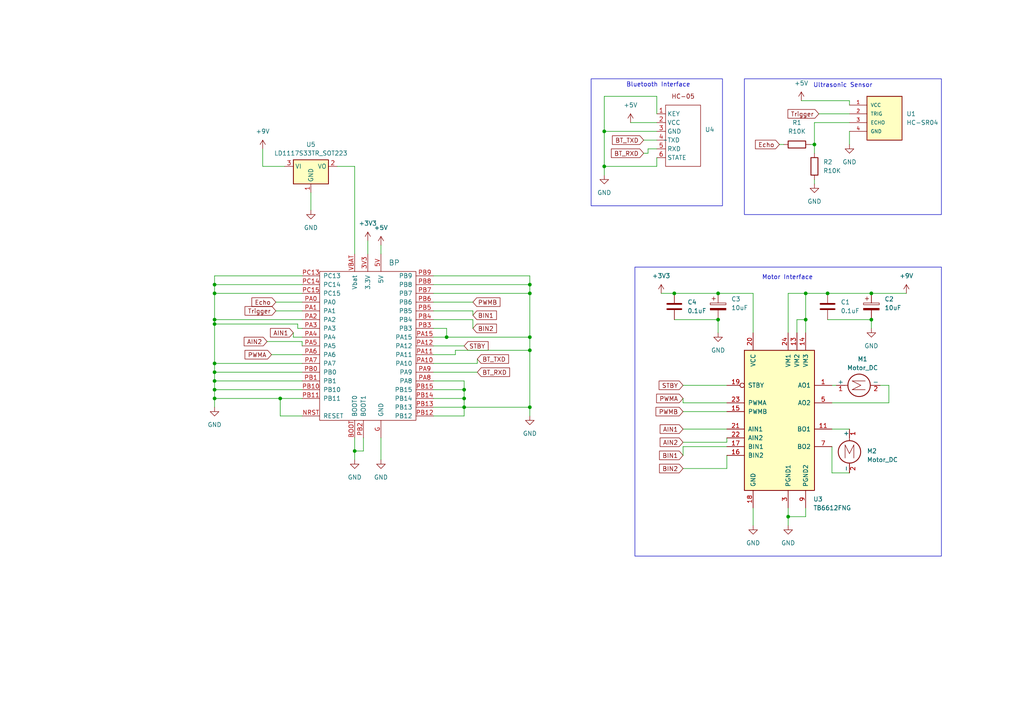
<source format=kicad_sch>
(kicad_sch (version 20230121) (generator eeschema)
  (paper "A4")
  (lib_symbols
    (symbol "Device:C" (pin_numbers hide) (pin_names (offset 0.254))
      (property "Reference" "C" (at 0.635 2.54 0))
      (property "Value" "C" (at 0.635 -2.54 0))
      (symbol "C_0_1"
        (polyline (pts (xy -2.032 -0.762) (xy 2.032 -0.762)) (stroke (width 0.508)))
        (polyline (pts (xy -2.032 0.762) (xy 2.032 0.762)) (stroke (width 0.508)))
      )
      (symbol "C_1_1"
        (pin passive line (at 0 3.81 270) (length 2.794) (name "~") (number "1"))
        (pin passive line (at 0 -3.81 90) (length 2.794) (name "~") (number "2"))
      )
    )
    (symbol "Device:C_Polarized" (pin_numbers hide) (pin_names (offset 0.254))
      (property "Reference" "C" (at 0.635 2.54 0))
      (property "Value" "C_Polarized" (at 0.635 -2.54 0))
      (symbol "C_Polarized_0_1"
        (rectangle (start -2.286 0.508) (end 2.286 1.016))
        (polyline (pts (xy -1.778 2.286) (xy -0.762 2.286)))
        (polyline (pts (xy -1.27 2.794) (xy -1.27 1.778)))
        (rectangle (start 2.286 -0.508) (end -2.286 -1.016) (fill (type outline)))
      )
      (symbol "C_Polarized_1_1"
        (pin passive line (at 0 3.81 270) (length 2.794) (name "~") (number "1"))
        (pin passive line (at 0 -3.81 90) (length 2.794) (name "~") (number "2"))
      )
    )
    (symbol "Device:R" (pin_numbers hide) (pin_names (offset 0))
      (property "Reference" "R" (at 2.032 0 90))
      (property "Value" "R" (at 0 0 90))
      (symbol "R_0_1"
        (rectangle (start -1.016 -2.54) (end 1.016 2.54) (stroke (width 0.254)))
      )
      (symbol "R_1_1"
        (pin passive line (at 0 3.81 270) (length 1.27) (name "~") (number "1"))
        (pin passive line (at 0 -3.81 90) (length 1.27) (name "~") (number "2"))
      )
    )
    (symbol "Driver_Motor:TB6612FNG" (pin_names (offset 1.016))
      (property "Reference" "U" (at 11.43 17.78 0))
      (property "Value" "TB6612FNG" (at 11.43 15.24 0))
      (symbol "TB6612FNG_0_1"
        (rectangle (start -10.16 20.32) (end 10.16 -20.32) (stroke (width 0.254)) (fill (type background)))
      )
      (symbol "TB6612FNG_1_1"
        (pin output line (at 15.24 10.16 180) (length 5.08) (name "AO1") (number "1"))
        (pin passive line (at 7.62 -25.4 90) (length 5.08) hide (name "PGND2") (number "10"))
        (pin output line (at 15.24 -2.54 180) (length 5.08) (name "BO1") (number "11"))
        (pin passive line (at 15.24 -2.54 180) (length 5.08) hide (name "BO1") (number "12"))
        (pin power_in line (at 5.08 25.4 270) (length 5.08) (name "VM2") (number "13"))
        (pin power_in line (at 7.62 25.4 270) (length 5.08) (name "VM3") (number "14"))
        (pin input line (at -15.24 2.54 0) (length 5.08) (name "PWMB") (number "15"))
        (pin input line (at -15.24 -10.16 0) (length 5.08) (name "BIN2") (number "16"))
        (pin input line (at -15.24 -7.62 0) (length 5.08) (name "BIN1") (number "17"))
        (pin power_in line (at -7.62 -25.4 90) (length 5.08) (name "GND") (number "18"))
        (pin input inverted (at -15.24 10.16 0) (length 5.08) (name "STBY") (number "19"))
        (pin passive line (at 15.24 10.16 180) (length 5.08) hide (name "AO1") (number "2"))
        (pin power_in line (at -7.62 25.4 270) (length 5.08) (name "VCC") (number "20"))
        (pin input line (at -15.24 -2.54 0) (length 5.08) (name "AIN1") (number "21"))
        (pin input line (at -15.24 -5.08 0) (length 5.08) (name "AIN2") (number "22"))
        (pin input line (at -15.24 5.08 0) (length 5.08) (name "PWMA") (number "23"))
        (pin power_in line (at 2.54 25.4 270) (length 5.08) (name "VM1") (number "24"))
        (pin power_in line (at 2.54 -25.4 90) (length 5.08) (name "PGND1") (number "3"))
        (pin passive line (at 2.54 -25.4 90) (length 5.08) hide (name "PGND1") (number "4"))
        (pin output line (at 15.24 5.08 180) (length 5.08) (name "AO2") (number "5"))
        (pin passive line (at 15.24 5.08 180) (length 5.08) hide (name "AO2") (number "6"))
        (pin output line (at 15.24 -7.62 180) (length 5.08) (name "BO2") (number "7"))
        (pin passive line (at 15.24 -7.62 180) (length 5.08) hide (name "BO2") (number "8"))
        (pin power_in line (at 7.62 -25.4 90) (length 5.08) (name "PGND2") (number "9"))
      )
    )
    (symbol "HC-05_Bluetooth_Module:HC-05"
      (property "Reference" "U" (at 0 -10.16 0))
      (symbol "HC-05_0_1"
        (rectangle (start -5.08 10.16) (end 5.08 -7.62))
      )
      (symbol "HC-05_1_1"
        (text "HC-05" (at 0 12.7 0) (effects (font (size 1.27 1.27))))
        (pin input line (at -7.62 7.62 0) (length 2.54) (name "KEY") (number "1"))
        (pin power_in line (at -7.62 5.08 0) (length 2.54) (name "VCC") (number "2"))
        (pin power_in line (at -7.62 2.54 0) (length 2.54) (name "GND") (number "3"))
        (pin input line (at -7.62 0 0) (length 2.54) (name "TXD") (number "4"))
        (pin input line (at -7.62 -2.54 0) (length 2.54) (name "RXD") (number "5"))
        (pin input line (at -7.62 -5.08 0) (length 2.54) (name "STATE") (number "6"))
      )
    )
    (symbol "HC-SR04:HC-SR04" (pin_names (offset 1.016))
      (property "Reference" "U" (at 0 5.0813 0))
      (property "Value" "HC-SR04" (at 0 -10.163 0))
      (symbol "HC-SR04_0_0"
        (rectangle (start 0 -7.62) (end 10.16 5.08) (stroke (width 0.254)) (fill (type background)))
        (pin power_in line (at -5.08 2.54 0) (length 5.08) (name "VCC") (number "1"))
        (pin bidirectional line (at -5.08 0 0) (length 5.08) (name "TRIG") (number "2"))
        (pin bidirectional line (at -5.08 -2.54 0) (length 5.08) (name "ECHO") (number "3"))
        (pin power_in line (at -5.08 -5.08 0) (length 5.08) (name "GND") (number "4"))
      )
    )
    (symbol "Motor:Motor_DC" (pin_names (offset 0))
      (property "Reference" "M" (at 2.54 2.54 0))
      (property "Value" "Motor_DC" (at 2.54 -5.08 0))
      (symbol "Motor_DC_0_0"
        (polyline (pts (xy -1.27 -3.302) (xy -1.27 0.508) (xy 0 -2.032) (xy 1.27 0.508) (xy 1.27 -3.302)))
      )
      (symbol "Motor_DC_0_1"
        (circle (center 0 -1.524) (radius 3.2512) (stroke (width 0.254)))
        (polyline (pts (xy 0 -7.62) (xy 0 -7.112)))
        (polyline (pts (xy 0 -4.7752) (xy 0 -5.1816)))
        (polyline (pts (xy 0 1.7272) (xy 0 2.0828)))
        (polyline (pts (xy 0 2.032) (xy 0 2.54)))
      )
      (symbol "Motor_DC_1_1"
        (pin passive line (at 0 5.08 270) (length 2.54) (name "+") (number "1"))
        (pin passive line (at 0 -7.62 90) (length 2.54) (name "-") (number "2"))
      )
    )
    (symbol "Regulator_Linear:LD1117S33TR_SOT223"
      (property "Reference" "U" (at -3.81 3.175 0))
      (property "Value" "LD1117S33TR_SOT223" (at 0 3.175 0))
      (symbol "LD1117S33TR_SOT223_0_1"
        (rectangle (start -5.08 -5.08) (end 5.08 1.905) (stroke (width 0.254)) (fill (type background)))
      )
      (symbol "LD1117S33TR_SOT223_1_1"
        (pin power_in line (at 0 -7.62 90) (length 2.54) (name "GND") (number "1"))
        (pin power_out line (at 7.62 0 180) (length 2.54) (name "VO") (number "2"))
        (pin power_in line (at -7.62 0 0) (length 2.54) (name "VI") (number "3"))
      )
    )
    (symbol "bp:BP" (pin_names (offset 1.016))
      (property "Reference" "U" (at -12.7 22.86 0))
      (property "Value" "BP" (at 7.62 -24.13 0))
      (symbol "BP_0_1"
        (rectangle (start -13.97 21.59) (end 13.97 -21.59))
      )
      (symbol "BP_1_1"
        (pin power_out line (at 0 26.67 270) (length 5.08) (name "3.3V") (number "3V3"))
        (pin power_out line (at 3.81 26.67 270) (length 5.08) (name "5V") (number "5V"))
        (pin input line (at -3.81 -26.67 90) (length 5.08) (name "BOOT0") (number "BOOT"))
        (pin power_out line (at 3.81 -26.67 90) (length 5.08) (name "GND") (number "G"))
        (pin input line (at -19.05 -20.32 0) (length 5.08) (name "RESET") (number "NRST"))
        (pin bidirectional line (at -19.05 12.7 0) (length 5.08) (name "PA0") (number "PA0"))
        (pin bidirectional line (at -19.05 10.16 0) (length 5.08) (name "PA1") (number "PA1"))
        (pin bidirectional line (at 19.05 -5.08 180) (length 5.08) (name "PA10") (number "PA10"))
        (pin bidirectional line (at 19.05 -2.54 180) (length 5.08) (name "PA11") (number "PA11"))
        (pin bidirectional line (at 19.05 0 180) (length 5.08) (name "PA12") (number "PA12"))
        (pin bidirectional line (at 19.05 2.54 180) (length 5.08) (name "PA15") (number "PA15"))
        (pin bidirectional line (at -19.05 7.62 0) (length 5.08) (name "PA2") (number "PA2"))
        (pin bidirectional line (at -19.05 5.08 0) (length 5.08) (name "PA3") (number "PA3"))
        (pin bidirectional line (at -19.05 2.54 0) (length 5.08) (name "PA4") (number "PA4"))
        (pin bidirectional line (at -19.05 0 0) (length 5.08) (name "PA5") (number "PA5"))
        (pin bidirectional line (at -19.05 -2.54 0) (length 5.08) (name "PA6") (number "PA6"))
        (pin bidirectional line (at -19.05 -5.08 0) (length 5.08) (name "PA7") (number "PA7"))
        (pin bidirectional line (at 19.05 -10.16 180) (length 5.08) (name "PA8") (number "PA8"))
        (pin bidirectional line (at 19.05 -7.62 180) (length 5.08) (name "PA9") (number "PA9"))
        (pin bidirectional line (at -19.05 -7.62 0) (length 5.08) (name "PB0") (number "PB0"))
        (pin bidirectional line (at -19.05 -10.16 0) (length 5.08) (name "PB1") (number "PB1"))
        (pin bidirectional line (at -19.05 -12.7 0) (length 5.08) (name "PB10") (number "PB10"))
        (pin bidirectional line (at -19.05 -15.24 0) (length 5.08) (name "PB11") (number "PB11"))
        (pin bidirectional line (at 19.05 -20.32 180) (length 5.08) (name "PB12") (number "PB12"))
        (pin bidirectional line (at 19.05 -17.78 180) (length 5.08) (name "PB13") (number "PB13"))
        (pin bidirectional line (at 19.05 -15.24 180) (length 5.08) (name "PB14") (number "PB14"))
        (pin bidirectional line (at 19.05 -12.7 180) (length 5.08) (name "PB15") (number "PB15"))
        (pin input line (at -1.27 -26.67 90) (length 5.08) (name "BOOT1") (number "PB2"))
        (pin bidirectional line (at 19.05 5.08 180) (length 5.08) (name "PB3") (number "PB3"))
        (pin bidirectional line (at 19.05 7.62 180) (length 5.08) (name "PB4") (number "PB4"))
        (pin bidirectional line (at 19.05 10.16 180) (length 5.08) (name "PB5") (number "PB5"))
        (pin bidirectional line (at 19.05 12.7 180) (length 5.08) (name "PB6") (number "PB6"))
        (pin bidirectional line (at 19.05 15.24 180) (length 5.08) (name "PB7") (number "PB7"))
        (pin bidirectional line (at 19.05 17.78 180) (length 5.08) (name "PB8") (number "PB8"))
        (pin bidirectional line (at 19.05 20.32 180) (length 5.08) (name "PB9") (number "PB9"))
        (pin bidirectional line (at -19.05 20.32 0) (length 5.08) (name "PC13") (number "PC13"))
        (pin bidirectional line (at -19.05 17.78 0) (length 5.08) (name "PC14") (number "PC14"))
        (pin bidirectional line (at -19.05 15.24 0) (length 5.08) (name "PC15") (number "PC15"))
        (pin power_in line (at -3.81 26.67 270) (length 5.08) (name "Vbat") (number "VBAT"))
      )
    )
    (symbol "power:+3V3" (power) (pin_names (offset 0))
      (property "Value" "+3V3" (at 0 3.556 0))
      (symbol "+3V3_0_1"
        (polyline (pts (xy -0.762 1.27) (xy 0 2.54)))
        (polyline (pts (xy 0 0) (xy 0 2.54)))
        (polyline (pts (xy 0 2.54) (xy 0.762 1.27)))
      )
      (symbol "+3V3_1_1"
        (pin power_in line (at 0 0 90) (length 0) hide (name "+3V3") (number "1"))
      )
    )
    (symbol "power:+5V" (power) (pin_names (offset 0))
      (property "Value" "+5V" (at 0 3.556 0))
      (symbol "+5V_0_1"
        (polyline (pts (xy -0.762 1.27) (xy 0 2.54)))
        (polyline (pts (xy 0 0) (xy 0 2.54)))
        (polyline (pts (xy 0 2.54) (xy 0.762 1.27)))
      )
      (symbol "+5V_1_1"
        (pin power_in line (at 0 0 90) (length 0) hide (name "+5V") (number "1"))
      )
    )
    (symbol "power:+9V" (power) (pin_names (offset 0))
      (property "Value" "+9V" (at 0 3.556 0))
      (symbol "+9V_0_1"
        (polyline (pts (xy -0.762 1.27) (xy 0 2.54)))
        (polyline (pts (xy 0 0) (xy 0 2.54)))
        (polyline (pts (xy 0 2.54) (xy 0.762 1.27)))
      )
      (symbol "+9V_1_1"
        (pin power_in line (at 0 0 90) (length 0) hide (name "+9V") (number "1"))
      )
    )
    (symbol "power:GND" (power) (pin_names (offset 0))
      (property "Value" "GND" (at 0 -3.81 0))
      (symbol "GND_0_1"
        (polyline (pts (xy 0 0) (xy 0 -1.27) (xy 1.27 -1.27) (xy 0 -2.54) (xy -1.27 -1.27) (xy 0 -1.27)))
      )
      (symbol "GND_1_1"
        (pin power_in line (at 0 0 270) (length 0) hide (name "GND") (number "1"))
      )
    )
  )
  (junction (at 233.68 92.71))
  (junction (at 233.68 85.09))
  (junction (at 175.26 48.26))
  (junction (at 62.23 85.09))
  (junction (at 62.23 92.71))
  (junction (at 62.23 93.98))
  (junction (at 62.23 82.55))
  (junction (at 102.87 130.81))
  (junction (at 134.62 113.03))
  (junction (at 252.73 85.09))
  (junction (at 240.03 85.09))
  (junction (at 62.23 110.49))
  (junction (at 208.28 85.09))
  (junction (at 62.23 105.41))
  (junction (at 62.23 107.95))
  (junction (at 62.23 115.57))
  (junction (at 208.28 92.71))
  (junction (at 153.67 82.55))
  (junction (at 153.67 118.11))
  (junction (at 153.67 101.6))
  (junction (at 81.28 115.57))
  (junction (at 252.73 92.71))
  (junction (at 153.67 97.79))
  (junction (at 134.62 118.11))
  (junction (at 236.22 41.91))
  (junction (at 153.67 85.09))
  (junction (at 175.26 38.1))
  (junction (at 62.23 113.03))
  (junction (at 134.62 115.57))
  (junction (at 195.58 85.09))
  (junction (at 228.6 149.86))
  (junction (at 129.54 97.79))
  (wire (pts (xy 175.26 27.94) (xy 175.26 38.1)))
  (wire (pts (xy 125.73 118.11) (xy 134.62 118.11)))
  (wire (pts (xy 210.82 135.89) (xy 210.82 132.08)))
  (wire (pts (xy 87.63 97.79) (xy 85.09 97.79)))
  (wire (pts (xy 62.23 93.98) (xy 62.23 92.71)))
  (wire (pts (xy 198.12 119.38) (xy 210.82 119.38)))
  (wire (pts (xy 210.82 128.27) (xy 210.82 127)))
  (wire (pts (xy 232.41 29.21) (xy 246.38 29.21)))
  (wire (pts (xy 182.88 35.56) (xy 190.5 35.56)))
  (wire (pts (xy 87.63 115.57) (xy 81.28 115.57)))
  (wire (pts (xy 125.73 113.03) (xy 134.62 113.03)))
  (wire (pts (xy 106.68 69.85) (xy 106.68 73.66)))
  (wire (pts (xy 236.22 35.56) (xy 246.38 35.56)))
  (wire (pts (xy 241.3 137.16) (xy 246.38 137.16)))
  (wire (pts (xy 110.49 127) (xy 110.49 133.35)))
  (wire (pts (xy 125.73 105.41) (xy 138.43 105.41)))
  (wire (pts (xy 62.23 85.09) (xy 87.63 85.09)))
  (wire (pts (xy 78.74 102.87) (xy 87.63 102.87)))
  (wire (pts (xy 198.12 132.08) (xy 198.12 129.54)))
  (wire (pts (xy 195.58 92.71) (xy 208.28 92.71)))
  (wire (pts (xy 134.62 115.57) (xy 134.62 118.11)))
  (wire (pts (xy 62.23 115.57) (xy 62.23 118.11)))
  (wire (pts (xy 85.09 97.79) (xy 85.09 96.52)))
  (wire (pts (xy 105.41 130.81) (xy 102.87 130.81)))
  (wire (pts (xy 62.23 110.49) (xy 62.23 107.95)))
  (wire (pts (xy 198.12 135.89) (xy 210.82 135.89)))
  (wire (pts (xy 80.01 87.63) (xy 87.63 87.63)))
  (wire (pts (xy 241.3 129.54) (xy 241.3 137.16)))
  (wire (pts (xy 153.67 97.79) (xy 153.67 85.09)))
  (wire (pts (xy 132.08 102.87) (xy 132.08 101.6)))
  (wire (pts (xy 132.08 101.6) (xy 153.67 101.6)))
  (wire (pts (xy 233.68 147.32) (xy 233.68 149.86)))
  (wire (pts (xy 198.12 111.76) (xy 210.82 111.76)))
  (wire (pts (xy 226.06 41.91) (xy 227.33 41.91)))
  (wire (pts (xy 233.68 149.86) (xy 228.6 149.86)))
  (wire (pts (xy 195.58 85.09) (xy 208.28 85.09)))
  (wire (pts (xy 191.77 85.09) (xy 195.58 85.09)))
  (wire (pts (xy 87.63 99.06) (xy 87.63 100.33)))
  (wire (pts (xy 134.62 118.11) (xy 134.62 120.65)))
  (wire (pts (xy 62.23 110.49) (xy 87.63 110.49)))
  (wire (pts (xy 218.44 96.52) (xy 218.44 85.09)))
  (wire (pts (xy 125.73 95.25) (xy 129.54 95.25)))
  (wire (pts (xy 62.23 80.01) (xy 62.23 82.55)))
  (wire (pts (xy 90.17 55.88) (xy 90.17 60.96)))
  (wire (pts (xy 134.62 118.11) (xy 153.67 118.11)))
  (wire (pts (xy 77.47 99.06) (xy 87.63 99.06)))
  (wire (pts (xy 87.63 80.01) (xy 62.23 80.01)))
  (wire (pts (xy 125.73 115.57) (xy 134.62 115.57)))
  (wire (pts (xy 241.3 111.76) (xy 242.57 111.76)))
  (wire (pts (xy 102.87 130.81) (xy 102.87 133.35)))
  (wire (pts (xy 137.16 90.17) (xy 125.73 90.17)))
  (wire (pts (xy 240.03 85.09) (xy 252.73 85.09)))
  (wire (pts (xy 125.73 110.49) (xy 134.62 110.49)))
  (wire (pts (xy 87.63 120.65) (xy 81.28 120.65)))
  (wire (pts (xy 125.73 120.65) (xy 134.62 120.65)))
  (wire (pts (xy 134.62 113.03) (xy 134.62 115.57)))
  (wire (pts (xy 137.16 95.25) (xy 137.16 92.71)))
  (wire (pts (xy 241.3 116.84) (xy 257.81 116.84)))
  (wire (pts (xy 228.6 149.86) (xy 228.6 152.4)))
  (wire (pts (xy 190.5 38.1) (xy 175.26 38.1)))
  (wire (pts (xy 76.2 48.26) (xy 82.55 48.26)))
  (wire (pts (xy 125.73 80.01) (xy 153.67 80.01)))
  (wire (pts (xy 62.23 92.71) (xy 62.23 85.09)))
  (wire (pts (xy 233.68 92.71) (xy 233.68 96.52)))
  (wire (pts (xy 137.16 91.44) (xy 137.16 90.17)))
  (wire (pts (xy 62.23 93.98) (xy 86.36 93.98)))
  (wire (pts (xy 87.63 95.25) (xy 86.36 95.25)))
  (wire (pts (xy 198.12 124.46) (xy 210.82 124.46)))
  (wire (pts (xy 86.36 95.25) (xy 86.36 93.98)))
  (wire (pts (xy 153.67 118.11) (xy 153.67 101.6)))
  (wire (pts (xy 102.87 127) (xy 102.87 130.81)))
  (wire (pts (xy 102.87 48.26) (xy 102.87 73.66)))
  (wire (pts (xy 231.14 96.52) (xy 231.14 92.71)))
  (wire (pts (xy 62.23 113.03) (xy 62.23 110.49)))
  (wire (pts (xy 125.73 87.63) (xy 137.16 87.63)))
  (wire (pts (xy 236.22 41.91) (xy 236.22 44.45)))
  (wire (pts (xy 175.26 48.26) (xy 190.5 48.26)))
  (wire (pts (xy 62.23 105.41) (xy 87.63 105.41)))
  (wire (pts (xy 125.73 100.33) (xy 134.62 100.33)))
  (wire (pts (xy 153.67 120.65) (xy 153.67 118.11)))
  (wire (pts (xy 218.44 85.09) (xy 208.28 85.09)))
  (wire (pts (xy 198.12 116.84) (xy 210.82 116.84)))
  (wire (pts (xy 228.6 147.32) (xy 228.6 149.86)))
  (wire (pts (xy 125.73 102.87) (xy 132.08 102.87)))
  (wire (pts (xy 80.01 90.17) (xy 87.63 90.17)))
  (wire (pts (xy 175.26 48.26) (xy 175.26 50.8)))
  (wire (pts (xy 81.28 120.65) (xy 81.28 115.57)))
  (wire (pts (xy 81.28 115.57) (xy 62.23 115.57)))
  (wire (pts (xy 233.68 85.09) (xy 228.6 85.09)))
  (wire (pts (xy 105.41 127) (xy 105.41 130.81)))
  (wire (pts (xy 76.2 43.18) (xy 76.2 48.26)))
  (wire (pts (xy 129.54 97.79) (xy 153.67 97.79)))
  (wire (pts (xy 233.68 85.09) (xy 233.68 92.71)))
  (wire (pts (xy 252.73 85.09) (xy 262.89 85.09)))
  (wire (pts (xy 125.73 85.09) (xy 153.67 85.09)))
  (wire (pts (xy 240.03 92.71) (xy 252.73 92.71)))
  (wire (pts (xy 257.81 111.76) (xy 255.27 111.76)))
  (wire (pts (xy 190.5 27.94) (xy 190.5 33.02)))
  (wire (pts (xy 228.6 85.09) (xy 228.6 96.52)))
  (wire (pts (xy 62.23 105.41) (xy 62.23 93.98)))
  (wire (pts (xy 62.23 113.03) (xy 62.23 115.57)))
  (wire (pts (xy 246.38 29.21) (xy 246.38 30.48)))
  (wire (pts (xy 237.49 33.02) (xy 246.38 33.02)))
  (wire (pts (xy 62.23 113.03) (xy 87.63 113.03)))
  (wire (pts (xy 241.3 124.46) (xy 246.38 124.46)))
  (wire (pts (xy 187.96 44.45) (xy 187.96 43.18)))
  (wire (pts (xy 198.12 129.54) (xy 210.82 129.54)))
  (wire (pts (xy 187.96 43.18) (xy 190.5 43.18)))
  (wire (pts (xy 129.54 97.79) (xy 125.73 97.79)))
  (wire (pts (xy 190.5 27.94) (xy 175.26 27.94)))
  (wire (pts (xy 236.22 52.07) (xy 236.22 53.34)))
  (wire (pts (xy 97.79 48.26) (xy 102.87 48.26)))
  (wire (pts (xy 62.23 82.55) (xy 87.63 82.55)))
  (wire (pts (xy 218.44 147.32) (xy 218.44 152.4)))
  (wire (pts (xy 208.28 92.71) (xy 208.28 96.52)))
  (wire (pts (xy 246.38 38.1) (xy 246.38 41.91)))
  (wire (pts (xy 236.22 41.91) (xy 236.22 35.56)))
  (wire (pts (xy 129.54 95.25) (xy 129.54 97.79)))
  (wire (pts (xy 186.69 40.64) (xy 190.5 40.64)))
  (wire (pts (xy 198.12 128.27) (xy 210.82 128.27)))
  (wire (pts (xy 137.16 92.71) (xy 125.73 92.71)))
  (wire (pts (xy 252.73 92.71) (xy 252.73 95.25)))
  (wire (pts (xy 257.81 111.76) (xy 257.81 116.84)))
  (wire (pts (xy 198.12 115.57) (xy 198.12 116.84)))
  (wire (pts (xy 62.23 82.55) (xy 62.23 85.09)))
  (wire (pts (xy 186.69 44.45) (xy 187.96 44.45)))
  (wire (pts (xy 138.43 105.41) (xy 138.43 104.14)))
  (wire (pts (xy 134.62 110.49) (xy 134.62 113.03)))
  (wire (pts (xy 153.67 101.6) (xy 153.67 97.79)))
  (wire (pts (xy 190.5 48.26) (xy 190.5 45.72)))
  (wire (pts (xy 125.73 107.95) (xy 138.43 107.95)))
  (wire (pts (xy 231.14 92.71) (xy 233.68 92.71)))
  (wire (pts (xy 153.67 80.01) (xy 153.67 82.55)))
  (wire (pts (xy 153.67 82.55) (xy 153.67 85.09)))
  (wire (pts (xy 240.03 85.09) (xy 233.68 85.09)))
  (wire (pts (xy 62.23 92.71) (xy 87.63 92.71)))
  (wire (pts (xy 62.23 107.95) (xy 62.23 105.41)))
  (wire (pts (xy 62.23 107.95) (xy 87.63 107.95)))
  (wire (pts (xy 175.26 38.1) (xy 175.26 48.26)))
  (wire (pts (xy 125.73 82.55) (xy 153.67 82.55)))
  (wire (pts (xy 234.95 41.91) (xy 236.22 41.91)))
  (wire (pts (xy 110.49 71.12) (xy 110.49 73.66)))
  (rectangle (start 184.15 77.47) (end 273.05 161.29))
  (rectangle (start 171.45 22.86) (end 209.55 59.69))
  (text_box "Ultrasonic Sensor" (at 215.9 22.86 0) (size 57.15 39.37) (effects (font (size 1.27 1.27)) (justify top)))
  (text "Motor Interface" (at 220.98 81.28 0) (effects (font (size 1.27 1.27)) (justify left bottom)))
  (text "Bluetooth Interface" (at 181.61 25.4 0) (effects (font (size 1.27 1.27)) (justify left bottom)))
  (global_label "AIN1" (shape input) (at 85.09 96.52 180) (property "Intersheetrefs" "${INTERSHEET_REFS}" (effects hide)))
  (global_label "PWMA" (shape input) (at 198.12 115.57 180) (property "Intersheetrefs" "${INTERSHEET_REFS}" (effects hide)))
  (global_label "PWMB" (shape input) (at 137.16 87.63 0) (property "Intersheetrefs" "${INTERSHEET_REFS}" (effects hide)))
  (global_label "BT_TXD" (shape input) (at 138.43 104.14 0) (property "Intersheetrefs" "${INTERSHEET_REFS}" (effects hide)))
  (global_label "BIN2" (shape input) (at 198.12 135.89 180) (property "Intersheetrefs" "${INTERSHEET_REFS}" (effects hide)))
  (global_label "BIN1" (shape input) (at 198.12 132.08 180) (property "Intersheetrefs" "${INTERSHEET_REFS}" (effects hide)))
  (global_label "STBY" (shape input) (at 198.12 111.76 180) (property "Intersheetrefs" "${INTERSHEET_REFS}" (effects hide)))
  (global_label "BIN2" (shape input) (at 137.16 95.25 0) (property "Intersheetrefs" "${INTERSHEET_REFS}" (effects hide)))
  (global_label "BT_RXD" (shape input) (at 138.43 107.95 0) (property "Intersheetrefs" "${INTERSHEET_REFS}" (effects hide)))
  (global_label "AIN2" (shape input) (at 198.12 128.27 180) (property "Intersheetrefs" "${INTERSHEET_REFS}" (effects hide)))
  (global_label "STBY" (shape input) (at 134.62 100.33 0) (property "Intersheetrefs" "${INTERSHEET_REFS}" (effects hide)))
  (global_label "AIN1" (shape input) (at 198.12 124.46 180) (property "Intersheetrefs" "${INTERSHEET_REFS}" (effects hide)))
  (global_label "Echo" (shape input) (at 80.01 87.63 180) (property "Intersheetrefs" "${INTERSHEET_REFS}" (effects hide)))
  (global_label "PWMA" (shape input) (at 78.74 102.87 180) (property "Intersheetrefs" "${INTERSHEET_REFS}" (effects hide)))
  (global_label "Echo" (shape input) (at 226.06 41.91 180) (property "Intersheetrefs" "${INTERSHEET_REFS}" (effects hide)))
  (global_label "BT_RXD" (shape input) (at 186.69 44.45 180) (property "Intersheetrefs" "${INTERSHEET_REFS}" (effects hide)))
  (global_label "BT_TXD" (shape input) (at 186.69 40.64 180) (property "Intersheetrefs" "${INTERSHEET_REFS}" (effects hide)))
  (global_label "Trigger" (shape input) (at 237.49 33.02 180) (property "Intersheetrefs" "${INTERSHEET_REFS}" (effects hide)))
  (global_label "Trigger" (shape input) (at 80.01 90.17 180) (property "Intersheetrefs" "${INTERSHEET_REFS}" (effects hide)))
  (global_label "PWMB" (shape input) (at 198.12 119.38 180) (property "Intersheetrefs" "${INTERSHEET_REFS}" (effects hide)))
  (global_label "BIN1" (shape input) (at 137.16 91.44 0) (property "Intersheetrefs" "${INTERSHEET_REFS}" (effects hide)))
  (global_label "AIN2" (shape input) (at 77.47 99.06 180) (property "Intersheetrefs" "${INTERSHEET_REFS}" (effects hide)))
  (symbol (lib_id "HC-05_Bluetooth_Module:HC-05") (at 198.12 40.64 0) (unit 1)
    (property "Reference" "U4" (at 204.47 37.5892 0) (effects (justify left)))
    (property "Value" "~" (at 193.04 40.64 0))
    (property "Footprint" "RF:HC-05_Bluetooth_Custom" (effects hide))
  )
  (symbol (lib_id "power:GND") (at 228.6 152.4 0) (unit 1)
    (property "Reference" "#PWR06" (effects hide))
    (property "Value" "GND" (at 228.6 157.48 0))
  )
  (symbol (lib_id "power:GND") (at 90.17 60.96 0) (unit 1)
    (property "Reference" "#PWR08" (effects hide))
    (property "Value" "GND" (at 90.17 66.04 0))
  )
  (symbol (lib_id "power:GND") (at 102.87 133.35 0) (unit 1)
    (property "Reference" "#PWR018" (effects hide))
    (property "Value" "GND" (at 102.87 138.43 0))
  )
  (symbol (lib_id "Driver_Motor:TB6612FNG") (at 226.06 121.92 0) (unit 1)
    (property "Reference" "U3" (at 235.8741 144.78 0) (effects (justify left)))
    (property "Value" "TB6612FNG" (at 235.8741 147.32 0) (effects (justify left)))
    (property "Footprint" "Package_SO:SSOP-24_5.3x8.2mm_P0.65mm" (effects hide))
    (property "Datasheet" "https://toshiba.semicon-storage.com/us/product/linear/motordriver/detail.TB6612FNG.html" (effects hide))
  )
  (symbol (lib_id "bp:BP") (at 106.68 100.33 0) (unit 1)
    (property "Reference" "U2" (effects hide))
    (property "Value" "BP" (at 112.6841 76.2 0) (effects (font (size 1.524 1.524)) (justify left)))
    (property "Footprint" "Module:blue_pill" (effects hide))
    (property "Datasheet" "https://www.electronicshub.org/getting-started-with-stm32f103c8t6-blue-pill/" (effects hide))
  )
  (symbol (lib_id "Motor:Motor_DC") (at 246.38 129.54 0) (unit 1)
    (property "Reference" "M2" (at 251.46 130.81 0) (effects (justify left)))
    (property "Value" "Motor_DC" (at 251.46 133.35 0) (effects (justify left)))
    (property "Footprint" "Connector_PinSocket_1.00mm:PinSocket_1x02_P1.00mm_Vertical" (effects hide))
  )
  (symbol (lib_id "power:GND") (at 153.67 120.65 0) (unit 1)
    (property "Reference" "#PWR021" (effects hide))
    (property "Value" "GND" (at 153.67 125.73 0))
  )
  (symbol (lib_id "power:GND") (at 208.28 96.52 0) (unit 1)
    (property "Reference" "#PWR04" (effects hide))
    (property "Value" "GND" (at 208.28 101.6 0))
  )
  (symbol (lib_id "power:+5V") (at 182.88 35.56 0) (unit 1)
    (property "Reference" "#PWR013" (effects hide))
    (property "Value" "+5V" (at 182.88 30.48 0))
  )
  (symbol (lib_id "power:GND") (at 218.44 152.4 0) (unit 1)
    (property "Reference" "#PWR05" (effects hide))
    (property "Value" "GND" (at 218.44 157.48 0))
  )
  (symbol (lib_id "power:+3V3") (at 106.68 69.85 0) (unit 1)
    (property "Reference" "#PWR014" (effects hide))
    (property "Value" "+3V3" (at 106.68 64.77 0))
  )
  (symbol (lib_id "power:GND") (at 236.22 53.34 0) (unit 1)
    (property "Reference" "#PWR02" (effects hide))
    (property "Value" "GND" (at 236.22 58.42 0))
  )
  (symbol (lib_id "Device:C_Polarized") (at 208.28 88.9 0) (unit 1)
    (property "Reference" "C3" (at 212.09 86.741 0) (effects (justify left)))
    (property "Value" "10uF" (at 212.09 89.281 0) (effects (justify left)))
    (property "Footprint" "Capacitor_THT:C_Radial_D5.0mm_H11.0mm_P2.00mm" (effects hide))
  )
  (symbol (lib_id "power:+3V3") (at 191.77 85.09 0) (unit 1)
    (property "Reference" "#PWR015" (effects hide))
    (property "Value" "+3V3" (at 191.77 80.01 0))
  )
  (symbol (lib_id "power:GND") (at 110.49 133.35 0) (unit 1)
    (property "Reference" "#PWR016" (effects hide))
    (property "Value" "GND" (at 110.49 138.43 0))
  )
  (symbol (lib_id "Device:C") (at 195.58 88.9 0) (unit 1)
    (property "Reference" "C4" (at 199.39 87.63 0) (effects (justify left)))
    (property "Value" "0.1uF" (at 199.39 90.17 0) (effects (justify left)))
    (property "Footprint" "Capacitor_THT:C_Disc_D3.8mm_W2.6mm_P2.50mm" (effects hide))
  )
  (symbol (lib_id "power:GND") (at 252.73 95.25 0) (unit 1)
    (property "Reference" "#PWR03" (effects hide))
    (property "Value" "GND" (at 252.73 100.33 0))
  )
  (symbol (lib_id "Device:C") (at 240.03 88.9 0) (unit 1)
    (property "Reference" "C1" (at 243.84 87.63 0) (effects (justify left)))
    (property "Value" "0.1uF" (at 243.84 90.17 0) (effects (justify left)))
    (property "Footprint" "Capacitor_THT:C_Disc_D3.8mm_W2.6mm_P2.50mm" (effects hide))
  )
  (symbol (lib_id "Device:C_Polarized") (at 252.73 88.9 0) (unit 1)
    (property "Reference" "C2" (at 256.54 86.741 0) (effects (justify left)))
    (property "Value" "10uF" (at 256.54 89.281 0) (effects (justify left)))
    (property "Footprint" "Capacitor_THT:C_Radial_D5.0mm_H11.0mm_P2.00mm" (effects hide))
  )
  (symbol (lib_id "Motor:Motor_DC") (at 247.65 111.76 90) (unit 1)
    (property "Reference" "M1" (at 250.19 104.14 90))
    (property "Value" "Motor_DC" (at 250.19 106.68 90))
    (property "Footprint" "Connector_PinSocket_1.00mm:PinSocket_1x02_P1.00mm_Vertical" (effects hide))
  )
  (symbol (lib_id "power:GND") (at 62.23 118.11 0) (unit 1)
    (property "Reference" "#PWR020" (effects hide))
    (property "Value" "GND" (at 62.23 123.19 0))
  )
  (symbol (lib_id "power:+9V") (at 262.89 85.09 0) (unit 1)
    (property "Reference" "#PWR010" (effects hide))
    (property "Value" "+9V" (at 262.89 80.01 0))
  )
  (symbol (lib_id "HC-SR04:HC-SR04") (at 251.46 33.02 0) (unit 1)
    (property "Reference" "U1" (at 262.89 33.02 0) (effects (justify left)))
    (property "Value" "HC-SR04" (at 262.89 35.56 0) (effects (justify left)))
    (property "Footprint" "HC-SR04:XCVR_HC-SR04" (effects hide))
    (property "MF" "SparkFun Electronics" (effects hide))
    (property "Description" "\nHC-SR04 Ultrasonic Sensor Qwiic Platform Evaluation Expansion Board\n" (effects hide))
    (property "Package" "None" (effects hide))
    (property "Price" "None" (effects hide))
    (property "Check_prices" "https://www.snapeda.com/parts/HC-SR04/SparkFun+Electronics/view-part/?ref=eda" (effects hide))
    (property "SnapEDA_Link" "https://www.snapeda.com/parts/HC-SR04/SparkFun+Electronics/view-part/?ref=snap" (effects hide))
    (property "MP" "HC-SR04" (effects hide))
    (property "Availability" "Not in stock" (effects hide))
    (property "MANUFACTURER" "Osepp" (effects hide))
  )
  (symbol (lib_id "Device:R") (at 231.14 41.91 90) (unit 1)
    (property "Reference" "R1" (at 231.14 35.56 90))
    (property "Value" "R10K" (at 231.14 38.1 90))
    (property "Footprint" "Resistor_THT:R_Axial_DIN0207_L6.3mm_D2.5mm_P7.62mm_Horizontal" (effects hide))
  )
  (symbol (lib_id "Device:R") (at 236.22 48.26 0) (unit 1)
    (property "Reference" "R2" (at 238.76 46.99 0) (effects (justify left)))
    (property "Value" "R10K" (at 238.76 49.53 0) (effects (justify left)))
    (property "Footprint" "Resistor_THT:R_Axial_DIN0207_L6.3mm_D2.5mm_P7.62mm_Horizontal" (effects hide))
  )
  (symbol (lib_id "power:GND") (at 246.38 41.91 0) (unit 1)
    (property "Reference" "#PWR01" (effects hide))
    (property "Value" "GND" (at 246.38 46.99 0))
  )
  (symbol (lib_id "power:+9V") (at 76.2 43.18 0) (unit 1)
    (property "Reference" "#PWR09" (effects hide))
    (property "Value" "+9V" (at 76.2 38.1 0))
  )
  (symbol (lib_id "Regulator_Linear:LD1117S33TR_SOT223") (at 90.17 48.26 0) (unit 1)
    (property "Reference" "U5" (at 90.17 41.91 0))
    (property "Value" "LD1117S33TR_SOT223" (at 90.17 44.45 0))
    (property "Footprint" "Package_TO_SOT_SMD:SOT-223-3_TabPin2" (effects hide))
    (property "Datasheet" "http://www.st.com/st-web-ui/static/active/en/resource/technical/document/datasheet/CD00000544.pdf" (effects hide))
  )
  (symbol (lib_id "power:GND") (at 175.26 50.8 0) (unit 1)
    (property "Reference" "#PWR07" (effects hide))
    (property "Value" "GND" (at 175.26 55.88 0))
  )
  (symbol (lib_id "power:+5V") (at 232.41 29.21 0) (unit 1)
    (property "Reference" "#PWR012" (effects hide))
    (property "Value" "+5V" (at 232.41 24.13 0))
  )
  (symbol (lib_id "power:+5V") (at 110.49 71.12 0) (unit 1)
    (property "Reference" "#PWR011" (effects hide))
    (property "Value" "+5V" (at 110.49 66.04 0))
  )
)
</source>
